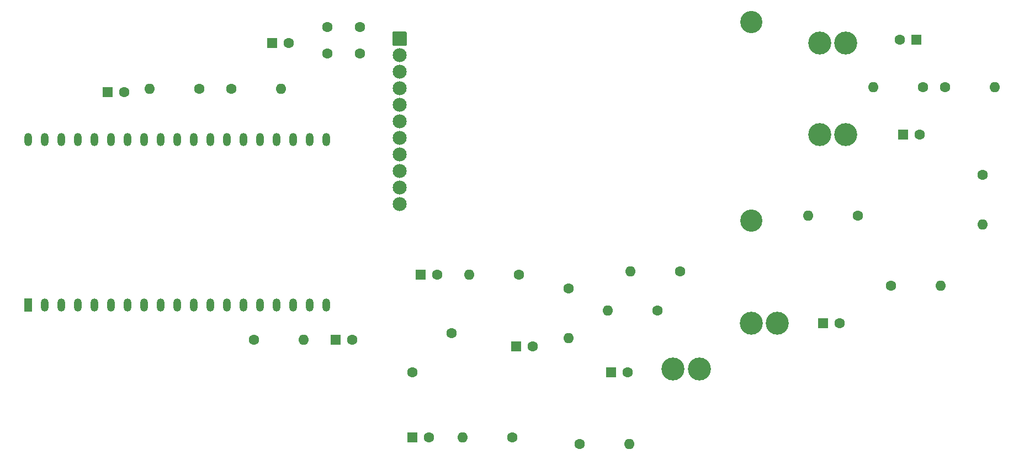
<source format=gbr>
%TF.GenerationSoftware,KiCad,Pcbnew,8.0.6*%
%TF.CreationDate,2025-08-25T15:55:59+12:00*%
%TF.ProjectId,ByteBoyV2,42797465-426f-4795-9632-2e6b69636164,v2*%
%TF.SameCoordinates,Original*%
%TF.FileFunction,Soldermask,Bot*%
%TF.FilePolarity,Negative*%
%FSLAX46Y46*%
G04 Gerber Fmt 4.6, Leading zero omitted, Abs format (unit mm)*
G04 Created by KiCad (PCBNEW 8.0.6) date 2025-08-25 15:55:59*
%MOMM*%
%LPD*%
G01*
G04 APERTURE LIST*
G04 Aperture macros list*
%AMRoundRect*
0 Rectangle with rounded corners*
0 $1 Rounding radius*
0 $2 $3 $4 $5 $6 $7 $8 $9 X,Y pos of 4 corners*
0 Add a 4 corners polygon primitive as box body*
4,1,4,$2,$3,$4,$5,$6,$7,$8,$9,$2,$3,0*
0 Add four circle primitives for the rounded corners*
1,1,$1+$1,$2,$3*
1,1,$1+$1,$4,$5*
1,1,$1+$1,$6,$7*
1,1,$1+$1,$8,$9*
0 Add four rect primitives between the rounded corners*
20,1,$1+$1,$2,$3,$4,$5,0*
20,1,$1+$1,$4,$5,$6,$7,0*
20,1,$1+$1,$6,$7,$8,$9,0*
20,1,$1+$1,$8,$9,$2,$3,0*%
G04 Aperture macros list end*
%ADD10O,1.200000X2.000000*%
%ADD11R,1.200000X2.000000*%
%ADD12C,1.600000*%
%ADD13C,3.524000*%
%ADD14O,1.600000X1.600000*%
%ADD15RoundRect,0.102000X-0.965200X0.965200X-0.965200X-0.965200X0.965200X-0.965200X0.965200X0.965200X0*%
%ADD16C,2.134400*%
%ADD17C,3.404000*%
%ADD18RoundRect,0.102000X-0.700000X-0.700000X0.700000X-0.700000X0.700000X0.700000X-0.700000X0.700000X0*%
%ADD19C,1.604000*%
%ADD20RoundRect,0.102000X0.700000X0.700000X-0.700000X0.700000X-0.700000X-0.700000X0.700000X-0.700000X0*%
G04 APERTURE END LIST*
D10*
%TO.C,U2*%
X85596560Y-75300000D03*
X88136560Y-75300000D03*
X90676560Y-75300000D03*
X93216560Y-75300000D03*
X95756560Y-75300000D03*
X98296560Y-75300000D03*
X100836560Y-75300000D03*
X103376560Y-75300000D03*
X105916560Y-75300000D03*
X108456560Y-75300000D03*
X110996560Y-75300000D03*
X113536560Y-75300000D03*
X116076560Y-75300000D03*
X118616560Y-75300000D03*
X121156560Y-75300000D03*
X123696560Y-75300000D03*
X126236560Y-75300000D03*
X128773840Y-75303680D03*
X131313840Y-75303680D03*
X131316560Y-100700000D03*
X128776560Y-100700000D03*
X126236560Y-100700000D03*
X123696560Y-100700000D03*
X121156560Y-100700000D03*
X118616560Y-100700000D03*
X116076560Y-100700000D03*
X113536560Y-100700000D03*
X110996560Y-100700000D03*
X108456560Y-100700000D03*
X105916560Y-100700000D03*
X103376560Y-100700000D03*
X100836560Y-100700000D03*
X98296560Y-100700000D03*
X95756560Y-100700000D03*
X93216560Y-100700000D03*
X90676560Y-100700000D03*
X88136560Y-100700000D03*
D11*
X85596560Y-100700000D03*
%TD*%
D12*
%TO.C,Joystick*%
X144500000Y-111000000D03*
X150500000Y-105000000D03*
%TD*%
D13*
%TO.C,Select_Button*%
X207000000Y-74500000D03*
X211000000Y-74500000D03*
%TD*%
%TO.C,Start_Button*%
X207000000Y-60500000D03*
X211000000Y-60500000D03*
%TD*%
%TO.C,B_Button*%
X184500000Y-110500000D03*
X188500000Y-110500000D03*
%TD*%
%TO.C,A_Button*%
X196500000Y-103500000D03*
X200500000Y-103500000D03*
%TD*%
D14*
%TO.C,R14*%
X124310000Y-67500000D03*
D12*
X116690000Y-67500000D03*
%TD*%
%TO.C,R13*%
X212810000Y-87000000D03*
D14*
X205190000Y-87000000D03*
%TD*%
D12*
%TO.C,R12*%
X182060000Y-101500000D03*
D14*
X174440000Y-101500000D03*
%TD*%
D12*
%TO.C,R11*%
X222810000Y-67250000D03*
D14*
X215190000Y-67250000D03*
%TD*%
D12*
%TO.C,R10*%
X185560000Y-95500000D03*
D14*
X177940000Y-95500000D03*
%TD*%
D12*
%TO.C,R9*%
X111810000Y-67500000D03*
D14*
X104190000Y-67500000D03*
%TD*%
D12*
%TO.C,R8*%
X159810000Y-121000000D03*
D14*
X152190000Y-121000000D03*
%TD*%
D12*
%TO.C,R7*%
X160810000Y-96000000D03*
D14*
X153190000Y-96000000D03*
%TD*%
D12*
%TO.C,R6*%
X120190000Y-106000000D03*
D14*
X127810000Y-106000000D03*
%TD*%
%TO.C,R5*%
X168500000Y-105810000D03*
D12*
X168500000Y-98190000D03*
%TD*%
%TO.C,R4*%
X232000000Y-80690000D03*
D14*
X232000000Y-88310000D03*
%TD*%
D12*
%TO.C,R3*%
X217940000Y-97750000D03*
D14*
X225560000Y-97750000D03*
%TD*%
D12*
%TO.C,R2*%
X226190000Y-67250000D03*
D14*
X233810000Y-67250000D03*
%TD*%
D12*
%TO.C,R1*%
X170190000Y-122000000D03*
D14*
X177810000Y-122000000D03*
%TD*%
D15*
%TO.C,Display*%
X142512500Y-59800000D03*
D16*
X142512500Y-62340000D03*
X142512500Y-64880000D03*
X142512500Y-67420000D03*
X142512500Y-69960000D03*
X142512500Y-72500000D03*
X142512500Y-75040000D03*
X142512500Y-77580000D03*
X142512500Y-80120000D03*
X142512500Y-82660000D03*
X142512500Y-85200000D03*
D17*
X196487500Y-57260000D03*
X196487500Y-87740000D03*
%TD*%
D18*
%TO.C,D10*%
X207460000Y-103500000D03*
D19*
X210000000Y-103500000D03*
%TD*%
D18*
%TO.C,D9*%
X219730000Y-74500000D03*
D19*
X222270000Y-74500000D03*
%TD*%
D20*
%TO.C,D8*%
X221770000Y-60000000D03*
D19*
X219230000Y-60000000D03*
%TD*%
D18*
%TO.C,D7*%
X175000000Y-111000000D03*
D19*
X177540000Y-111000000D03*
%TD*%
D18*
%TO.C,D6*%
X122960000Y-60500000D03*
D19*
X125500000Y-60500000D03*
%TD*%
D18*
%TO.C,D5*%
X97730000Y-68000000D03*
D19*
X100270000Y-68000000D03*
%TD*%
D18*
%TO.C,D4*%
X144460000Y-121000000D03*
D19*
X147000000Y-121000000D03*
%TD*%
%TO.C,D3*%
X135270000Y-106000000D03*
D18*
X132730000Y-106000000D03*
%TD*%
%TO.C,D2*%
X145730000Y-96000000D03*
D19*
X148270000Y-96000000D03*
%TD*%
%TO.C,D1*%
X163000000Y-107000000D03*
D18*
X160460000Y-107000000D03*
%TD*%
D12*
%TO.C,C2*%
X131500000Y-62050000D03*
X136500000Y-62050000D03*
%TD*%
%TO.C,C1*%
X131500000Y-58000000D03*
X136500000Y-58000000D03*
%TD*%
M02*

</source>
